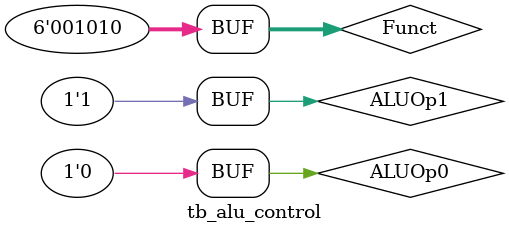
<source format=v>
module alu_control (Op, ALUOp0, ALUOp1, Funct);
	output [2:0] Op;
	input ALUOp0, ALUOp1;
	input [5:0] Funct;

	assign Op[0] = ALUOp1 & (Funct[0] | Funct[3]);
	assign Op[1] = ~ALUOp1 | ~Funct[2];
	assign Op[2] = ALUOp0 | (ALUOp1 & Funct[1]);
endmodule

module tb_alu_control;
	wire [2:0] Op;
	reg ALUOp0, ALUOp1;
	reg [5:0] Funct;

	alu_control a1 (Op, ALUOp0, ALUOp1, Funct);

	initial
		begin
			$monitor (, "ALUOp1 = %b, ALUOp0 = %b, Funct = %6b, Op = %3b",
				ALUOp1, ALUOp0, Funct, Op);
			#0 ALUOp1 = 1'b0; ALUOp0 = 1'b0; Funct = 6'b000000;
			#2 ALUOp1 = 1'b0; ALUOp0 = 1'b1; Funct = 6'b000000;
			#2 ALUOp1 = 1'b1; ALUOp0 = 1'b0; Funct = 6'b000000;
			#2 ALUOp1 = 1'b1; ALUOp0 = 1'b0; Funct = 6'b000010;
			#2 ALUOp1 = 1'b1; ALUOp0 = 1'b0; Funct = 6'b000100;
			#2 ALUOp1 = 1'b1; ALUOp0 = 1'b0; Funct = 6'b000101;
			#2 ALUOp1 = 1'b1; ALUOp0 = 1'b0; Funct = 6'b001010;
		end
endmodule
</source>
